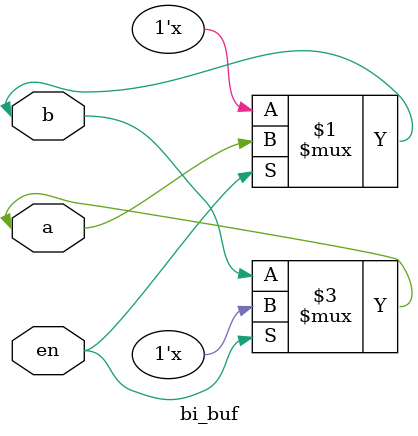
<source format=sv>
module bi_buf(
	
  inout wire a,
  inout wire b,
  input wire en

);
  
  assign b = en ? a : 1'bz;  
  assign a = ~en ? b : 1'bz; 
  
endmodule


</source>
